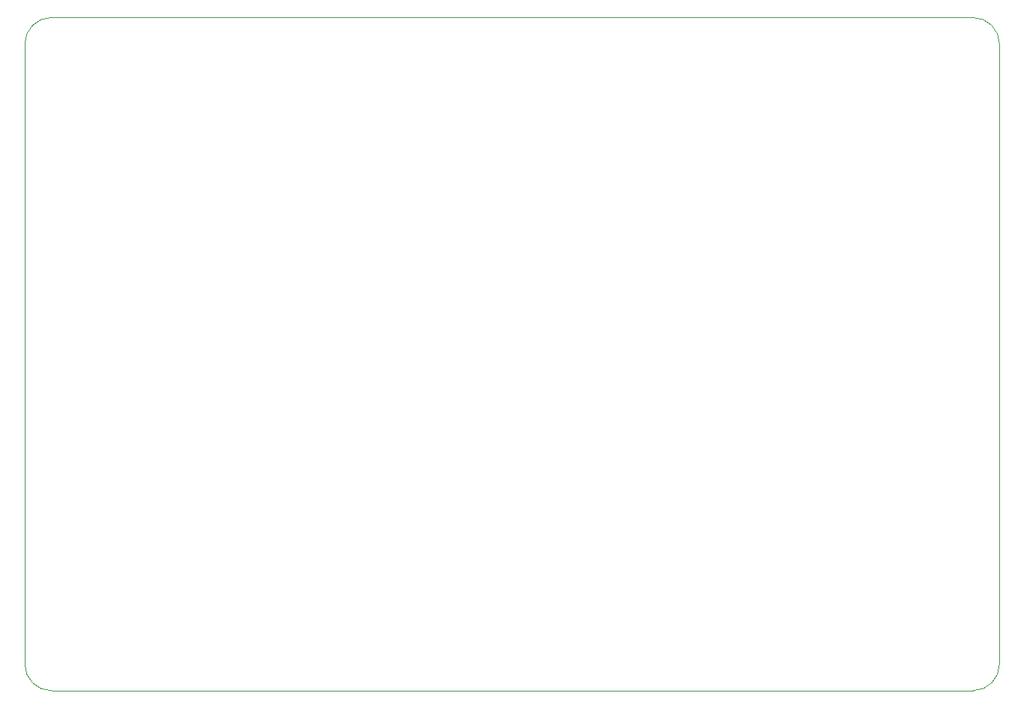
<source format=gm1>
G04 #@! TF.GenerationSoftware,KiCad,Pcbnew,7.0.6*
G04 #@! TF.CreationDate,2023-10-03T18:05:15-04:00*
G04 #@! TF.ProjectId,pcb,7063622e-6b69-4636-9164-5f7063625858,1.0*
G04 #@! TF.SameCoordinates,Original*
G04 #@! TF.FileFunction,Profile,NP*
%FSLAX46Y46*%
G04 Gerber Fmt 4.6, Leading zero omitted, Abs format (unit mm)*
G04 Created by KiCad (PCBNEW 7.0.6) date 2023-10-03 18:05:15*
%MOMM*%
%LPD*%
G01*
G04 APERTURE LIST*
G04 #@! TA.AperFunction,Profile*
%ADD10C,0.100000*%
G04 #@! TD*
G04 APERTURE END LIST*
D10*
X170500000Y-139500000D02*
X66500000Y-139500000D01*
X63500000Y-136500000D02*
G75*
G03*
X66500000Y-139500000I3000000J0D01*
G01*
X173500000Y-66500000D02*
G75*
G03*
X170500000Y-63500000I-3000000J0D01*
G01*
X63500000Y-136500000D02*
X63500000Y-66500000D01*
X170500000Y-139500000D02*
G75*
G03*
X173500000Y-136500000I0J3000000D01*
G01*
X66500000Y-63500000D02*
G75*
G03*
X63500000Y-66500000I0J-3000000D01*
G01*
X173500000Y-66500000D02*
X173500000Y-136500000D01*
X66500000Y-63500000D02*
X170500000Y-63500000D01*
M02*

</source>
